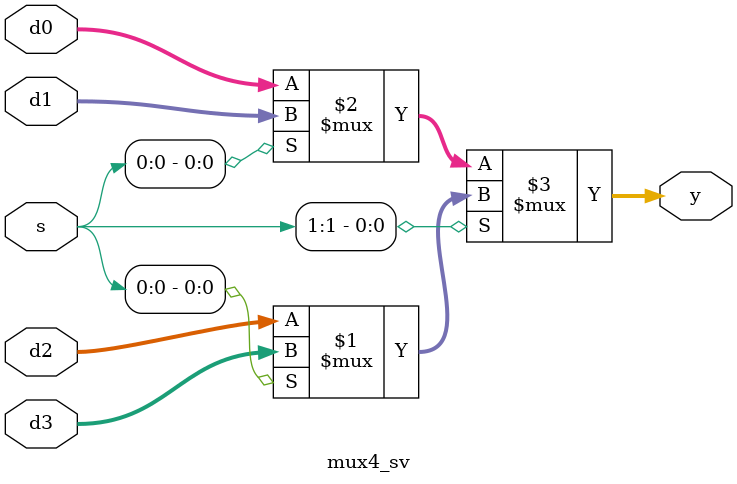
<source format=sv>
module mux4_sv
(
input logic [3:0] d0, d1, d2, d3,
input logic [1:0] s,
output logic [3:0] y
);
assign y = s[1] ? (s[0] ? d3 : d2): (s[0] ? d1 : d0);
endmodule
</source>
